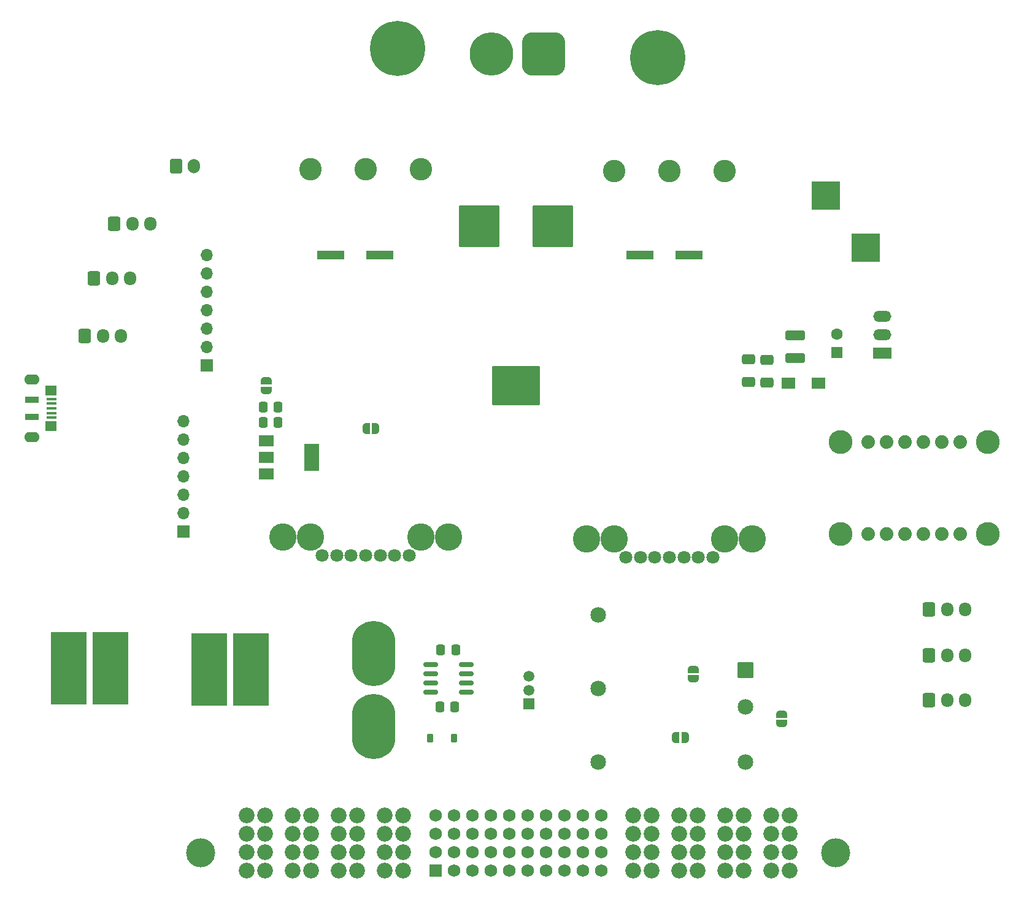
<source format=gbr>
%TF.GenerationSoftware,KiCad,Pcbnew,7.0.8*%
%TF.CreationDate,2024-05-08T13:20:20-04:00*%
%TF.ProjectId,PowerBoard_2024,506f7765-7242-46f6-9172-645f32303234,rev?*%
%TF.SameCoordinates,Original*%
%TF.FileFunction,Soldermask,Bot*%
%TF.FilePolarity,Negative*%
%FSLAX46Y46*%
G04 Gerber Fmt 4.6, Leading zero omitted, Abs format (unit mm)*
G04 Created by KiCad (PCBNEW 7.0.8) date 2024-05-08 13:20:20*
%MOMM*%
%LPD*%
G01*
G04 APERTURE LIST*
G04 Aperture macros list*
%AMRoundRect*
0 Rectangle with rounded corners*
0 $1 Rounding radius*
0 $2 $3 $4 $5 $6 $7 $8 $9 X,Y pos of 4 corners*
0 Add a 4 corners polygon primitive as box body*
4,1,4,$2,$3,$4,$5,$6,$7,$8,$9,$2,$3,0*
0 Add four circle primitives for the rounded corners*
1,1,$1+$1,$2,$3*
1,1,$1+$1,$4,$5*
1,1,$1+$1,$6,$7*
1,1,$1+$1,$8,$9*
0 Add four rect primitives between the rounded corners*
20,1,$1+$1,$2,$3,$4,$5,0*
20,1,$1+$1,$4,$5,$6,$7,0*
20,1,$1+$1,$6,$7,$8,$9,0*
20,1,$1+$1,$8,$9,$2,$3,0*%
%AMHorizOval*
0 Thick line with rounded ends*
0 $1 width*
0 $2 $3 position (X,Y) of the first rounded end (center of the circle)*
0 $4 $5 position (X,Y) of the second rounded end (center of the circle)*
0 Add line between two ends*
20,1,$1,$2,$3,$4,$5,0*
0 Add two circle primitives to create the rounded ends*
1,1,$1,$2,$3*
1,1,$1,$4,$5*%
%AMFreePoly0*
4,1,19,0.500000,-0.750000,0.000000,-0.750000,0.000000,-0.744911,-0.071157,-0.744911,-0.207708,-0.704816,-0.327430,-0.627875,-0.420627,-0.520320,-0.479746,-0.390866,-0.500000,-0.250000,-0.500000,0.250000,-0.479746,0.390866,-0.420627,0.520320,-0.327430,0.627875,-0.207708,0.704816,-0.071157,0.744911,0.000000,0.744911,0.000000,0.750000,0.500000,0.750000,0.500000,-0.750000,0.500000,-0.750000,
$1*%
%AMFreePoly1*
4,1,19,0.000000,0.744911,0.071157,0.744911,0.207708,0.704816,0.327430,0.627875,0.420627,0.520320,0.479746,0.390866,0.500000,0.250000,0.500000,-0.250000,0.479746,-0.390866,0.420627,-0.520320,0.327430,-0.627875,0.207708,-0.704816,0.071157,-0.744911,0.000000,-0.744911,0.000000,-0.750000,-0.500000,-0.750000,-0.500000,0.750000,0.000000,0.750000,0.000000,0.744911,0.000000,0.744911,
$1*%
G04 Aperture macros list end*
%ADD10O,1.700000X1.950000*%
%ADD11RoundRect,0.250000X-0.600000X-0.725000X0.600000X-0.725000X0.600000X0.725000X-0.600000X0.725000X0*%
%ADD12R,1.700000X1.700000*%
%ADD13O,1.700000X1.700000*%
%ADD14C,7.620000*%
%ADD15C,3.101600*%
%ADD16C,3.784600*%
%ADD17C,1.801600*%
%ADD18RoundRect,1.500000X1.500000X1.500000X-1.500000X1.500000X-1.500000X-1.500000X1.500000X-1.500000X0*%
%ADD19C,6.000000*%
%ADD20RoundRect,0.250000X-0.600000X-0.750000X0.600000X-0.750000X0.600000X0.750000X-0.600000X0.750000X0*%
%ADD21O,1.700000X2.000000*%
%ADD22C,1.879600*%
%ADD23C,3.301600*%
%ADD24R,1.500000X1.500000*%
%ADD25C,1.500000*%
%ADD26HorizOval,0.800000X0.000000X0.000000X0.000000X0.000000X0*%
%ADD27HorizOval,0.800000X0.000000X0.000000X0.000000X0.000000X0*%
%ADD28C,0.800000*%
%ADD29O,6.000000X9.000000*%
%ADD30C,4.010000*%
%ADD31C,2.184000*%
%ADD32RoundRect,0.102000X-0.765000X-0.765000X0.765000X-0.765000X0.765000X0.765000X-0.765000X0.765000X0*%
%ADD33C,1.734000*%
%ADD34RoundRect,0.102000X-0.975000X0.975000X-0.975000X-0.975000X0.975000X-0.975000X0.975000X0.975000X0*%
%ADD35C,2.154000*%
%ADD36RoundRect,0.250000X-0.337500X-0.475000X0.337500X-0.475000X0.337500X0.475000X-0.337500X0.475000X0*%
%ADD37R,2.500000X1.500000*%
%ADD38O,2.500000X1.500000*%
%ADD39RoundRect,0.250000X0.650000X-0.412500X0.650000X0.412500X-0.650000X0.412500X-0.650000X-0.412500X0*%
%ADD40R,4.000000X4.000000*%
%ADD41R,1.900000X1.500000*%
%ADD42R,5.000000X10.000000*%
%ADD43RoundRect,0.250000X0.337500X0.475000X-0.337500X0.475000X-0.337500X-0.475000X0.337500X-0.475000X0*%
%ADD44R,3.810000X1.168400*%
%ADD45R,1.600000X1.600000*%
%ADD46C,1.600000*%
%ADD47FreePoly0,270.000000*%
%ADD48FreePoly1,270.000000*%
%ADD49R,1.371600X0.457200*%
%ADD50R,1.549400X1.422400*%
%ADD51R,1.905000X0.889000*%
%ADD52O,2.108200X1.422400*%
%ADD53RoundRect,0.150000X-0.825000X-0.150000X0.825000X-0.150000X0.825000X0.150000X-0.825000X0.150000X0*%
%ADD54RoundRect,0.225000X0.225000X0.375000X-0.225000X0.375000X-0.225000X-0.375000X0.225000X-0.375000X0*%
%ADD55RoundRect,0.102000X-2.665000X-2.795000X2.665000X-2.795000X2.665000X2.795000X-2.665000X2.795000X0*%
%ADD56RoundRect,0.102000X-3.175000X-2.640000X3.175000X-2.640000X3.175000X2.640000X-3.175000X2.640000X0*%
%ADD57FreePoly0,90.000000*%
%ADD58FreePoly1,90.000000*%
%ADD59RoundRect,0.250000X1.100000X-0.412500X1.100000X0.412500X-1.100000X0.412500X-1.100000X-0.412500X0*%
%ADD60R,2.000000X1.500000*%
%ADD61R,2.000000X3.800000*%
%ADD62FreePoly0,180.000000*%
%ADD63FreePoly1,180.000000*%
%ADD64FreePoly0,0.000000*%
%ADD65FreePoly1,0.000000*%
G04 APERTURE END LIST*
D10*
%TO.C,J12*%
X200707000Y-123444000D03*
X198207000Y-123444000D03*
D11*
X195707000Y-123444000D03*
%TD*%
D10*
%TO.C,J11*%
X200707000Y-117221000D03*
X198207000Y-117221000D03*
D11*
X195707000Y-117221000D03*
%TD*%
%TO.C,J10*%
X195707000Y-110855000D03*
D10*
X198207000Y-110855000D03*
X200707000Y-110855000D03*
%TD*%
D11*
%TO.C,J9*%
X83265000Y-57658000D03*
D10*
X85765000Y-57658000D03*
X88265000Y-57658000D03*
%TD*%
D11*
%TO.C,J8*%
X79201000Y-73152000D03*
D10*
X81701000Y-73152000D03*
X84201000Y-73152000D03*
%TD*%
D11*
%TO.C,J7*%
X80471000Y-65151000D03*
D10*
X82971000Y-65151000D03*
X85471000Y-65151000D03*
%TD*%
D12*
%TO.C,J5*%
X96012000Y-77216000D03*
D13*
X96012000Y-74676000D03*
X96012000Y-72136000D03*
X96012000Y-69596000D03*
X96012000Y-67056000D03*
X96012000Y-64516000D03*
X96012000Y-61976000D03*
%TD*%
D14*
%TO.C,TP11*%
X158216600Y-34733000D03*
%TD*%
D15*
%TO.C,BMR1*%
X167477200Y-50379400D03*
X159857200Y-50379400D03*
X152237200Y-50379400D03*
D16*
X148427200Y-101179400D03*
X152237200Y-101179400D03*
X167477200Y-101179400D03*
X171287200Y-101179400D03*
D17*
X153857200Y-103719400D03*
X155857200Y-103719400D03*
X157857200Y-103719400D03*
X159857200Y-103719400D03*
X161857200Y-103719400D03*
X163857200Y-103719400D03*
X165857200Y-103719400D03*
%TD*%
D15*
%TO.C,BMR2*%
X125567200Y-50074600D03*
X117947200Y-50074600D03*
X110327200Y-50074600D03*
D16*
X106517200Y-100874600D03*
X110327200Y-100874600D03*
X125567200Y-100874600D03*
X129377200Y-100874600D03*
D17*
X111947200Y-103414600D03*
X113947200Y-103414600D03*
X115947200Y-103414600D03*
X117947200Y-103414600D03*
X119947200Y-103414600D03*
X121947200Y-103414600D03*
X123947200Y-103414600D03*
%TD*%
D18*
%TO.C,J2*%
X142531200Y-34199600D03*
D19*
X135331200Y-34199600D03*
%TD*%
D12*
%TO.C,J3*%
X92786200Y-100112600D03*
D13*
X92786200Y-97572600D03*
X92786200Y-95032600D03*
X92786200Y-92492600D03*
X92786200Y-89952600D03*
X92786200Y-87412600D03*
X92786200Y-84872600D03*
%TD*%
D20*
%TO.C,J6*%
X91770200Y-49693600D03*
D21*
X94270200Y-49693600D03*
%TD*%
D14*
%TO.C,TP9*%
X122351800Y-33463000D03*
%TD*%
D22*
%TO.C,ADS1*%
X200025000Y-87768200D03*
X197485000Y-87768200D03*
X194945000Y-87768200D03*
X192405000Y-87768200D03*
X189865000Y-87768200D03*
X187325000Y-87768200D03*
X189865000Y-100468200D03*
X192405000Y-100468200D03*
X194945000Y-100468200D03*
X197485000Y-100468200D03*
X200025000Y-100468200D03*
X187325000Y-100468200D03*
D23*
X203835000Y-100468200D03*
X203835000Y-87768200D03*
X183515000Y-100468200D03*
X183515000Y-87768200D03*
%TD*%
D24*
%TO.C,U1*%
X140466200Y-123938600D03*
D25*
X140466200Y-122028600D03*
X140466200Y-120118600D03*
D26*
X118436200Y-120978600D03*
D27*
X119696200Y-120978600D03*
D28*
X117406200Y-120228600D03*
X120726200Y-120228600D03*
X117016200Y-119028600D03*
X121116200Y-119028600D03*
X117016200Y-117698600D03*
X121116200Y-117698600D03*
D29*
X119066200Y-117028600D03*
D28*
X117016200Y-116358600D03*
X121116200Y-116358600D03*
X117016200Y-115028600D03*
X121116200Y-115028600D03*
X117406200Y-113828600D03*
X120726200Y-113828600D03*
X118436200Y-113078600D03*
X119696200Y-113078600D03*
X118436200Y-130978600D03*
X119696200Y-130978600D03*
X117406200Y-130228600D03*
X120726200Y-130228600D03*
X117016200Y-129028600D03*
X121116200Y-129028600D03*
X117016200Y-127698600D03*
X121116200Y-127698600D03*
D29*
X119066200Y-127028600D03*
D28*
X117016200Y-126358600D03*
X121116200Y-126358600D03*
X117016200Y-125028600D03*
X121116200Y-125028600D03*
X117406200Y-123828600D03*
X120726200Y-123828600D03*
D27*
X118436200Y-123078600D03*
D26*
X119696200Y-123078600D03*
%TD*%
D30*
%TO.C,J1*%
X95189000Y-144502200D03*
X182819000Y-144502200D03*
D31*
X101539000Y-139352200D03*
X101539000Y-141892200D03*
X101539000Y-144432200D03*
X101539000Y-146972200D03*
X104079000Y-139352200D03*
X104079000Y-141892200D03*
X104079000Y-144432200D03*
X104079000Y-146972200D03*
X107889000Y-139352200D03*
X107889000Y-141892200D03*
X107889000Y-144432200D03*
X107889000Y-146972200D03*
X110429000Y-139352200D03*
X110429000Y-141892200D03*
X110429000Y-144432200D03*
X110429000Y-146972200D03*
X114239000Y-139352200D03*
X114239000Y-141892200D03*
X114239000Y-144432200D03*
X114239000Y-146972200D03*
X116779000Y-139352200D03*
X116779000Y-141892200D03*
X116779000Y-144432200D03*
X116779000Y-146972200D03*
X120589000Y-139352200D03*
X120589000Y-141892200D03*
X120589000Y-144432200D03*
X120589000Y-146972200D03*
X123129000Y-139352200D03*
X123129000Y-141892200D03*
X123129000Y-144432200D03*
X123129000Y-146972200D03*
X154879000Y-139352200D03*
X154879000Y-141892200D03*
X154879000Y-144432200D03*
X154879000Y-146972200D03*
X157419000Y-139352200D03*
X157419000Y-141892200D03*
X157419000Y-144432200D03*
X157419000Y-146972200D03*
X161229000Y-139352200D03*
X161229000Y-141892200D03*
X161229000Y-144432200D03*
X161229000Y-146972200D03*
X163769000Y-139352200D03*
X163769000Y-141892200D03*
X163769000Y-144432200D03*
X163769000Y-146972200D03*
X167579000Y-139352200D03*
X167579000Y-141892200D03*
X167579000Y-144432200D03*
X167579000Y-146972200D03*
X170119000Y-139352200D03*
X170119000Y-141892200D03*
X170119000Y-144432200D03*
X170119000Y-146972200D03*
X173929000Y-139352200D03*
X173929000Y-141892200D03*
X173929000Y-144432200D03*
X173929000Y-146972200D03*
X176469000Y-139352200D03*
X176469000Y-141892200D03*
X176469000Y-144432200D03*
X176469000Y-146972200D03*
D32*
X127574000Y-146972200D03*
D33*
X127574000Y-144432200D03*
X127574000Y-141892200D03*
X127574000Y-139352200D03*
X130114000Y-146972200D03*
X130114000Y-144432200D03*
X130114000Y-141892200D03*
X130114000Y-139352200D03*
X132654000Y-146972200D03*
X132654000Y-144432200D03*
X132654000Y-141892200D03*
X132654000Y-139352200D03*
X135194000Y-146972200D03*
X135194000Y-144432200D03*
X135194000Y-141892200D03*
X135194000Y-139352200D03*
X137734000Y-146972200D03*
X137734000Y-144432200D03*
X137734000Y-141892200D03*
X137734000Y-139352200D03*
X140274000Y-146972200D03*
X140274000Y-144432200D03*
X140274000Y-141892200D03*
X140274000Y-139352200D03*
X142814000Y-146972200D03*
X142814000Y-144432200D03*
X142814000Y-141892200D03*
X142814000Y-139352200D03*
X145354000Y-146972200D03*
X145354000Y-144432200D03*
X145354000Y-141892200D03*
X145354000Y-139352200D03*
X147894000Y-146972200D03*
X147894000Y-144432200D03*
X147894000Y-141892200D03*
X147894000Y-139352200D03*
X150434000Y-146972200D03*
X150434000Y-144432200D03*
X150434000Y-141892200D03*
X150434000Y-139352200D03*
%TD*%
D34*
%TO.C,PS1*%
X170397800Y-119304200D03*
D35*
X170397800Y-124384200D03*
X150077800Y-111644200D03*
X150077800Y-121804200D03*
X150077800Y-131964200D03*
X170397800Y-132004200D03*
%TD*%
D36*
%TO.C,C8*%
X128282700Y-116464600D03*
X130357700Y-116464600D03*
%TD*%
D37*
%TO.C,U6*%
X189204600Y-75462300D03*
D38*
X189204600Y-72922300D03*
X189204600Y-70382300D03*
%TD*%
D39*
%TO.C,C12*%
X173304200Y-79526300D03*
X173304200Y-76401300D03*
%TD*%
D40*
%TO.C,TP8*%
X181432200Y-53732200D03*
%TD*%
D41*
%TO.C,L1*%
X176301400Y-79627900D03*
X180401400Y-79627900D03*
%TD*%
D42*
%TO.C,TP15*%
X102130200Y-119162600D03*
%TD*%
D40*
%TO.C,TP10*%
X186969400Y-60945800D03*
%TD*%
D43*
%TO.C,C9*%
X130252200Y-124376600D03*
X128177200Y-124376600D03*
%TD*%
D42*
%TO.C,TP12*%
X76965200Y-119035600D03*
%TD*%
%TO.C,TP14*%
X96342200Y-119162600D03*
%TD*%
D44*
%TO.C,C4*%
X162538600Y-61961500D03*
X155833000Y-61961500D03*
%TD*%
D36*
%TO.C,C10*%
X103772700Y-82972200D03*
X105847700Y-82972200D03*
%TD*%
D45*
%TO.C,C15*%
X182956200Y-75379925D03*
D46*
X182956200Y-72879925D03*
%TD*%
D47*
%TO.C,JP9*%
X104200600Y-79335400D03*
D48*
X104200600Y-80635400D03*
%TD*%
D49*
%TO.C,J4*%
X74571601Y-81826300D03*
X74571601Y-82476301D03*
X74571601Y-83126300D03*
X74571601Y-83776299D03*
X74571601Y-84426300D03*
D50*
X74482701Y-85588799D03*
X74482701Y-80663801D03*
D51*
X71907400Y-84313800D03*
X71907400Y-81938800D03*
D52*
X71907400Y-87076300D03*
X71907400Y-79176300D03*
%TD*%
D53*
%TO.C,U3*%
X126887200Y-122337600D03*
X126887200Y-121067600D03*
X126887200Y-119797600D03*
X126887200Y-118527600D03*
X131837200Y-118527600D03*
X131837200Y-119797600D03*
X131837200Y-121067600D03*
X131837200Y-122337600D03*
%TD*%
D42*
%TO.C,TP13*%
X82727800Y-119010200D03*
%TD*%
D39*
%TO.C,C13*%
X170815000Y-79514000D03*
X170815000Y-76389000D03*
%TD*%
D47*
%TO.C,JP1*%
X175336200Y-125380998D03*
D48*
X175336200Y-126680998D03*
%TD*%
D44*
%TO.C,C5*%
X119866600Y-61961500D03*
X113161000Y-61961500D03*
%TD*%
D54*
%TO.C,D4*%
X130122200Y-128687600D03*
X126822200Y-128687600D03*
%TD*%
D55*
%TO.C,L3*%
X133588600Y-57948600D03*
X143738600Y-57948600D03*
D56*
X138663600Y-80023600D03*
%TD*%
D57*
%TO.C,JP7*%
X163195000Y-120483400D03*
D58*
X163195000Y-119183400D03*
%TD*%
D59*
%TO.C,C14*%
X177215800Y-76161200D03*
X177215800Y-73036200D03*
%TD*%
D36*
%TO.C,C11*%
X103772700Y-85105800D03*
X105847700Y-85105800D03*
%TD*%
D60*
%TO.C,U4*%
X104233400Y-92188200D03*
X104233400Y-89888200D03*
D61*
X110533400Y-89888200D03*
D60*
X104233400Y-87588200D03*
%TD*%
D62*
%TO.C,JP2*%
X162026600Y-128611400D03*
D63*
X160726600Y-128611400D03*
%TD*%
D64*
%TO.C,JP10*%
X118044200Y-85888600D03*
D65*
X119344200Y-85888600D03*
%TD*%
M02*

</source>
